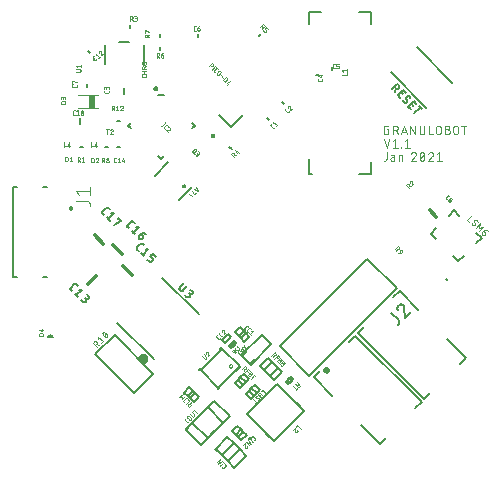
<source format=gbr>
G04 EAGLE Gerber RS-274X export*
G75*
%MOIN*%
%FSLAX34Y34*%
%LPD*%
%INSilkscreen Top*%
%IPPOS*%
%AMOC8*
5,1,8,0,0,1.08239X$1,22.5*%
G01*
%ADD10C,0.003000*%
%ADD11C,0.008000*%
%ADD12C,0.001000*%
%ADD13C,0.005000*%
%ADD14C,0.016000*%
%ADD15C,0.004000*%
%ADD16R,0.023622X0.043307*%
%ADD17R,0.001969X0.019685*%
%ADD18C,0.003937*%
%ADD19C,0.006000*%
%ADD20C,0.007000*%
%ADD21C,0.000000*%
%ADD22C,0.016000*%
%ADD23C,0.012000*%
%ADD24C,0.002000*%
%ADD25C,0.007874*%
%ADD26C,0.011811*%


D10*
X12845Y2669D02*
X12893Y2669D01*
X12893Y2508D01*
X12796Y2508D01*
X12782Y2510D01*
X12768Y2514D01*
X12756Y2522D01*
X12746Y2532D01*
X12738Y2544D01*
X12734Y2558D01*
X12732Y2572D01*
X12732Y2733D01*
X12734Y2747D01*
X12738Y2761D01*
X12746Y2773D01*
X12756Y2783D01*
X12768Y2791D01*
X12782Y2795D01*
X12796Y2797D01*
X12796Y2798D02*
X12893Y2798D01*
X13041Y2798D02*
X13041Y2508D01*
X13041Y2798D02*
X13122Y2798D01*
X13139Y2796D01*
X13155Y2791D01*
X13170Y2783D01*
X13182Y2771D01*
X13192Y2758D01*
X13199Y2742D01*
X13203Y2725D01*
X13203Y2709D01*
X13199Y2692D01*
X13192Y2677D01*
X13182Y2663D01*
X13170Y2651D01*
X13155Y2643D01*
X13139Y2638D01*
X13122Y2636D01*
X13041Y2636D01*
X13138Y2636D02*
X13202Y2508D01*
X13311Y2508D02*
X13408Y2798D01*
X13504Y2508D01*
X13480Y2580D02*
X13335Y2580D01*
X13625Y2508D02*
X13625Y2798D01*
X13786Y2508D01*
X13786Y2798D01*
X13932Y2798D02*
X13932Y2588D01*
X13931Y2588D02*
X13933Y2571D01*
X13938Y2555D01*
X13946Y2540D01*
X13958Y2528D01*
X13972Y2518D01*
X13987Y2511D01*
X14004Y2507D01*
X14020Y2507D01*
X14037Y2511D01*
X14053Y2518D01*
X14066Y2528D01*
X14078Y2540D01*
X14086Y2555D01*
X14091Y2571D01*
X14093Y2588D01*
X14093Y2798D01*
X14240Y2798D02*
X14240Y2508D01*
X14369Y2508D01*
X14479Y2588D02*
X14479Y2717D01*
X14481Y2734D01*
X14486Y2750D01*
X14494Y2765D01*
X14506Y2777D01*
X14520Y2787D01*
X14535Y2794D01*
X14552Y2798D01*
X14568Y2798D01*
X14585Y2794D01*
X14601Y2787D01*
X14614Y2777D01*
X14626Y2765D01*
X14634Y2750D01*
X14639Y2734D01*
X14641Y2717D01*
X14640Y2717D02*
X14640Y2588D01*
X14641Y2588D02*
X14639Y2571D01*
X14634Y2555D01*
X14626Y2540D01*
X14614Y2528D01*
X14601Y2518D01*
X14585Y2511D01*
X14568Y2507D01*
X14552Y2507D01*
X14535Y2511D01*
X14520Y2518D01*
X14506Y2528D01*
X14494Y2540D01*
X14486Y2555D01*
X14481Y2571D01*
X14479Y2588D01*
X14781Y2669D02*
X14862Y2669D01*
X14879Y2667D01*
X14895Y2662D01*
X14910Y2654D01*
X14922Y2642D01*
X14932Y2629D01*
X14939Y2613D01*
X14943Y2596D01*
X14943Y2580D01*
X14939Y2563D01*
X14932Y2548D01*
X14922Y2534D01*
X14910Y2522D01*
X14895Y2514D01*
X14879Y2509D01*
X14862Y2507D01*
X14862Y2508D02*
X14781Y2508D01*
X14781Y2798D01*
X14862Y2798D01*
X14862Y2797D02*
X14876Y2795D01*
X14890Y2791D01*
X14902Y2783D01*
X14912Y2773D01*
X14920Y2761D01*
X14924Y2747D01*
X14926Y2733D01*
X14924Y2719D01*
X14920Y2705D01*
X14912Y2693D01*
X14902Y2683D01*
X14890Y2675D01*
X14876Y2671D01*
X14862Y2669D01*
X15055Y2717D02*
X15055Y2588D01*
X15055Y2717D02*
X15057Y2734D01*
X15062Y2750D01*
X15070Y2765D01*
X15082Y2777D01*
X15096Y2787D01*
X15111Y2794D01*
X15128Y2798D01*
X15144Y2798D01*
X15161Y2794D01*
X15177Y2787D01*
X15190Y2777D01*
X15202Y2765D01*
X15210Y2750D01*
X15215Y2734D01*
X15217Y2717D01*
X15216Y2717D02*
X15216Y2588D01*
X15217Y2588D02*
X15215Y2571D01*
X15210Y2555D01*
X15202Y2540D01*
X15190Y2528D01*
X15177Y2518D01*
X15161Y2511D01*
X15144Y2507D01*
X15128Y2507D01*
X15111Y2511D01*
X15096Y2518D01*
X15082Y2528D01*
X15070Y2540D01*
X15062Y2555D01*
X15057Y2571D01*
X15055Y2588D01*
X15404Y2508D02*
X15404Y2798D01*
X15324Y2798D02*
X15485Y2798D01*
X12829Y2066D02*
X12732Y2356D01*
X12925Y2356D02*
X12829Y2066D01*
X13036Y2291D02*
X13117Y2356D01*
X13117Y2066D01*
X13197Y2066D02*
X13036Y2066D01*
X13310Y2066D02*
X13310Y2082D01*
X13326Y2082D01*
X13326Y2066D01*
X13310Y2066D01*
X13439Y2291D02*
X13520Y2356D01*
X13520Y2066D01*
X13600Y2066D02*
X13439Y2066D01*
X12829Y1914D02*
X12829Y1689D01*
X12828Y1689D02*
X12826Y1675D01*
X12822Y1661D01*
X12814Y1649D01*
X12804Y1639D01*
X12792Y1631D01*
X12778Y1627D01*
X12764Y1625D01*
X12764Y1624D02*
X12732Y1624D01*
X13015Y1737D02*
X13088Y1737D01*
X13015Y1737D02*
X13002Y1735D01*
X12989Y1731D01*
X12978Y1723D01*
X12969Y1713D01*
X12963Y1701D01*
X12959Y1688D01*
X12959Y1674D01*
X12963Y1661D01*
X12969Y1649D01*
X12978Y1639D01*
X12989Y1631D01*
X13002Y1627D01*
X13015Y1625D01*
X13015Y1624D02*
X13088Y1624D01*
X13088Y1769D01*
X13086Y1781D01*
X13082Y1793D01*
X13074Y1803D01*
X13064Y1811D01*
X13052Y1815D01*
X13040Y1817D01*
X13040Y1818D02*
X12975Y1818D01*
X13229Y1818D02*
X13229Y1624D01*
X13229Y1818D02*
X13310Y1818D01*
X13310Y1817D02*
X13322Y1815D01*
X13334Y1811D01*
X13344Y1803D01*
X13352Y1793D01*
X13356Y1781D01*
X13358Y1769D01*
X13358Y1624D01*
X13734Y1915D02*
X13750Y1913D01*
X13766Y1908D01*
X13780Y1899D01*
X13791Y1888D01*
X13800Y1874D01*
X13805Y1858D01*
X13807Y1842D01*
X13734Y1914D02*
X13717Y1913D01*
X13701Y1908D01*
X13686Y1901D01*
X13673Y1891D01*
X13661Y1879D01*
X13652Y1865D01*
X13646Y1850D01*
X13783Y1786D02*
X13793Y1797D01*
X13801Y1811D01*
X13805Y1826D01*
X13807Y1842D01*
X13782Y1785D02*
X13645Y1624D01*
X13806Y1624D01*
X13933Y1769D02*
X13935Y1796D01*
X13939Y1823D01*
X13947Y1849D01*
X13957Y1874D01*
X13964Y1888D01*
X13973Y1899D01*
X13985Y1908D01*
X13999Y1913D01*
X14014Y1915D01*
X14029Y1913D01*
X14043Y1908D01*
X14055Y1899D01*
X14064Y1888D01*
X14071Y1874D01*
X14081Y1849D01*
X14089Y1823D01*
X14093Y1796D01*
X14095Y1769D01*
X13933Y1769D02*
X13935Y1742D01*
X13939Y1715D01*
X13947Y1689D01*
X13957Y1664D01*
X13957Y1665D02*
X13964Y1651D01*
X13973Y1640D01*
X13985Y1631D01*
X13999Y1626D01*
X14014Y1624D01*
X14071Y1664D02*
X14081Y1689D01*
X14089Y1715D01*
X14093Y1742D01*
X14095Y1769D01*
X14071Y1665D02*
X14064Y1651D01*
X14055Y1640D01*
X14043Y1631D01*
X14029Y1626D01*
X14014Y1624D01*
X13949Y1689D02*
X14078Y1850D01*
X14310Y1915D02*
X14326Y1913D01*
X14342Y1908D01*
X14356Y1899D01*
X14367Y1888D01*
X14376Y1874D01*
X14381Y1858D01*
X14383Y1842D01*
X14310Y1914D02*
X14293Y1913D01*
X14277Y1908D01*
X14262Y1901D01*
X14249Y1891D01*
X14237Y1879D01*
X14228Y1865D01*
X14222Y1850D01*
X14359Y1786D02*
X14369Y1797D01*
X14377Y1811D01*
X14381Y1826D01*
X14383Y1842D01*
X14358Y1785D02*
X14221Y1624D01*
X14382Y1624D01*
X14509Y1850D02*
X14590Y1914D01*
X14590Y1624D01*
X14670Y1624D02*
X14509Y1624D01*
D11*
X2612Y2860D02*
X2612Y3060D01*
D12*
X2434Y3153D02*
X2400Y3153D01*
X2390Y3155D01*
X2381Y3159D01*
X2373Y3167D01*
X2369Y3176D01*
X2367Y3186D01*
X2367Y3269D01*
X2369Y3279D01*
X2373Y3288D01*
X2381Y3296D01*
X2390Y3300D01*
X2400Y3302D01*
X2400Y3303D02*
X2434Y3303D01*
X2487Y3269D02*
X2529Y3303D01*
X2529Y3153D01*
X2487Y3153D02*
X2571Y3153D01*
X2631Y3228D02*
X2632Y3247D01*
X2637Y3265D01*
X2644Y3282D01*
X2648Y3291D01*
X2655Y3297D01*
X2664Y3302D01*
X2673Y3303D01*
X2682Y3302D01*
X2691Y3297D01*
X2698Y3291D01*
X2702Y3282D01*
X2709Y3265D01*
X2714Y3247D01*
X2715Y3228D01*
X2631Y3228D02*
X2632Y3209D01*
X2637Y3191D01*
X2644Y3174D01*
X2644Y3173D02*
X2648Y3164D01*
X2655Y3158D01*
X2664Y3153D01*
X2673Y3152D01*
X2702Y3174D02*
X2709Y3191D01*
X2714Y3209D01*
X2715Y3228D01*
X2702Y3173D02*
X2698Y3164D01*
X2691Y3158D01*
X2682Y3153D01*
X2673Y3152D01*
X2640Y3186D02*
X2706Y3269D01*
D11*
X2944Y5211D02*
X2881Y5289D01*
D12*
X3135Y4992D02*
X3161Y5013D01*
X3135Y4992D02*
X3126Y4987D01*
X3116Y4985D01*
X3105Y4986D01*
X3096Y4990D01*
X3088Y4997D01*
X3036Y5062D01*
X3031Y5071D01*
X3029Y5081D01*
X3030Y5092D01*
X3034Y5101D01*
X3041Y5109D01*
X3067Y5130D01*
X3130Y5137D02*
X3142Y5189D01*
X3236Y5072D01*
X3268Y5098D02*
X3203Y5046D01*
X3257Y5283D02*
X3266Y5288D01*
X3275Y5291D01*
X3285Y5291D01*
X3295Y5288D01*
X3303Y5284D01*
X3311Y5277D01*
X3258Y5281D02*
X3250Y5273D01*
X3244Y5262D01*
X3240Y5251D01*
X3240Y5239D01*
X3243Y5227D01*
X3319Y5246D02*
X3319Y5256D01*
X3316Y5267D01*
X3310Y5276D01*
X3319Y5246D02*
X3315Y5136D01*
X3381Y5188D01*
D11*
X7595Y2090D02*
X7665Y2020D01*
D12*
X7649Y1856D02*
X7755Y1750D01*
X7649Y1856D02*
X7678Y1885D01*
X7678Y1886D02*
X7688Y1893D01*
X7699Y1897D01*
X7711Y1898D01*
X7723Y1895D01*
X7733Y1890D01*
X7742Y1881D01*
X7747Y1871D01*
X7750Y1859D01*
X7749Y1847D01*
X7745Y1836D01*
X7738Y1826D01*
X7737Y1826D02*
X7708Y1797D01*
X7743Y1832D02*
X7814Y1808D01*
X7833Y1874D02*
X7774Y1980D01*
X7833Y1874D02*
X7892Y1933D01*
X7897Y1892D02*
X7850Y1939D01*
D11*
X5093Y4037D02*
X5095Y4050D01*
X5100Y4063D01*
X5109Y4074D01*
X5120Y4081D01*
X5133Y4086D01*
X5146Y4087D01*
X5160Y4084D01*
X5172Y4078D01*
X5182Y4069D01*
X5189Y4057D01*
X5193Y4044D01*
X5193Y4030D01*
X5189Y4017D01*
X5182Y4005D01*
X5172Y3996D01*
X5160Y3990D01*
X5146Y3987D01*
X5133Y3988D01*
X5120Y3993D01*
X5109Y4000D01*
X5100Y4011D01*
X5095Y4024D01*
X5093Y4037D01*
X5223Y1784D02*
X5320Y1686D01*
X5417Y1784D01*
X4304Y2703D02*
X4206Y2800D01*
X4304Y2897D01*
X6336Y2703D02*
X6434Y2800D01*
X6336Y2897D01*
X5417Y3816D02*
X5223Y3816D01*
D12*
X5445Y2894D02*
X5339Y2788D01*
X5327Y2800D02*
X5351Y2776D01*
X5457Y2882D02*
X5433Y2906D01*
X5414Y2713D02*
X5438Y2689D01*
X5415Y2713D02*
X5409Y2721D01*
X5405Y2731D01*
X5405Y2741D01*
X5409Y2751D01*
X5415Y2759D01*
X5414Y2760D02*
X5473Y2819D01*
X5474Y2818D02*
X5482Y2824D01*
X5492Y2828D01*
X5502Y2828D01*
X5512Y2824D01*
X5520Y2818D01*
X5520Y2819D02*
X5544Y2795D01*
X5614Y2725D02*
X5620Y2718D01*
X5624Y2709D01*
X5625Y2699D01*
X5624Y2689D01*
X5620Y2681D01*
X5614Y2673D01*
X5614Y2725D02*
X5604Y2732D01*
X5593Y2737D01*
X5581Y2739D01*
X5569Y2738D01*
X5558Y2734D01*
X5585Y2660D02*
X5596Y2661D01*
X5606Y2665D01*
X5614Y2672D01*
X5585Y2660D02*
X5476Y2651D01*
X5535Y2592D01*
D11*
X3950Y2100D02*
X3850Y2100D01*
D12*
X3814Y1570D02*
X3781Y1570D01*
X3771Y1572D01*
X3762Y1576D01*
X3754Y1584D01*
X3750Y1593D01*
X3748Y1603D01*
X3747Y1603D02*
X3747Y1687D01*
X3748Y1687D02*
X3750Y1697D01*
X3754Y1706D01*
X3762Y1714D01*
X3771Y1718D01*
X3781Y1720D01*
X3814Y1720D01*
X3868Y1687D02*
X3909Y1720D01*
X3909Y1570D01*
X3868Y1570D02*
X3951Y1570D01*
X4012Y1603D02*
X4045Y1720D01*
X4012Y1603D02*
X4095Y1603D01*
X4070Y1570D02*
X4070Y1637D01*
D11*
X3550Y2100D02*
X3450Y2100D01*
D12*
X3343Y1718D02*
X3343Y1568D01*
X3343Y1718D02*
X3384Y1718D01*
X3396Y1716D01*
X3407Y1711D01*
X3416Y1704D01*
X3422Y1693D01*
X3426Y1682D01*
X3426Y1670D01*
X3422Y1659D01*
X3416Y1648D01*
X3407Y1641D01*
X3396Y1636D01*
X3384Y1634D01*
X3343Y1634D01*
X3393Y1634D02*
X3426Y1568D01*
X3485Y1609D02*
X3487Y1621D01*
X3492Y1632D01*
X3499Y1641D01*
X3510Y1647D01*
X3521Y1651D01*
X3533Y1651D01*
X3544Y1647D01*
X3555Y1641D01*
X3562Y1632D01*
X3567Y1621D01*
X3569Y1609D01*
X3567Y1597D01*
X3562Y1586D01*
X3555Y1577D01*
X3544Y1571D01*
X3533Y1567D01*
X3521Y1567D01*
X3510Y1571D01*
X3499Y1577D01*
X3492Y1586D01*
X3487Y1597D01*
X3485Y1609D01*
X3494Y1684D02*
X3496Y1694D01*
X3500Y1703D01*
X3508Y1711D01*
X3517Y1715D01*
X3527Y1717D01*
X3537Y1715D01*
X3546Y1711D01*
X3554Y1703D01*
X3558Y1694D01*
X3560Y1684D01*
X3558Y1674D01*
X3554Y1665D01*
X3546Y1657D01*
X3537Y1653D01*
X3527Y1651D01*
X3517Y1653D01*
X3508Y1657D01*
X3500Y1665D01*
X3496Y1674D01*
X3494Y1684D01*
D13*
X7650Y2765D02*
X8039Y3154D01*
X7650Y2765D02*
X7261Y3154D01*
D12*
X6909Y4772D02*
X7015Y4878D01*
X7045Y4848D01*
X7045Y4849D02*
X7052Y4839D01*
X7056Y4828D01*
X7057Y4816D01*
X7054Y4804D01*
X7049Y4794D01*
X7040Y4785D01*
X7030Y4780D01*
X7018Y4777D01*
X7006Y4778D01*
X6995Y4782D01*
X6985Y4789D01*
X6986Y4789D02*
X6956Y4819D01*
X7015Y4666D02*
X7121Y4772D01*
X7027Y4654D02*
X7003Y4677D01*
X7110Y4783D02*
X7133Y4760D01*
X7091Y4590D02*
X7114Y4567D01*
X7091Y4591D02*
X7085Y4599D01*
X7081Y4609D01*
X7081Y4619D01*
X7085Y4629D01*
X7091Y4637D01*
X7149Y4696D01*
X7150Y4696D02*
X7158Y4702D01*
X7168Y4706D01*
X7178Y4706D01*
X7188Y4702D01*
X7196Y4696D01*
X7197Y4696D02*
X7220Y4673D01*
X7229Y4605D02*
X7182Y4558D01*
X7228Y4606D02*
X7238Y4613D01*
X7249Y4617D01*
X7261Y4618D01*
X7273Y4615D01*
X7283Y4610D01*
X7292Y4601D01*
X7297Y4591D01*
X7300Y4579D01*
X7299Y4567D01*
X7295Y4556D01*
X7288Y4546D01*
X7240Y4499D01*
X7241Y4499D02*
X7231Y4492D01*
X7220Y4488D01*
X7208Y4487D01*
X7196Y4490D01*
X7186Y4495D01*
X7177Y4504D01*
X7172Y4514D01*
X7169Y4526D01*
X7170Y4538D01*
X7174Y4549D01*
X7181Y4559D01*
X7296Y4467D02*
X7367Y4397D01*
X7373Y4308D02*
X7479Y4414D01*
X7508Y4385D01*
X7509Y4385D02*
X7515Y4376D01*
X7520Y4366D01*
X7521Y4355D01*
X7520Y4344D01*
X7515Y4334D01*
X7509Y4325D01*
X7508Y4326D02*
X7461Y4279D01*
X7462Y4278D02*
X7453Y4272D01*
X7443Y4267D01*
X7432Y4266D01*
X7421Y4267D01*
X7411Y4272D01*
X7402Y4278D01*
X7402Y4279D02*
X7373Y4308D01*
X7501Y4226D02*
X7608Y4285D01*
X7501Y4226D02*
X7560Y4167D01*
X7519Y4162D02*
X7566Y4209D01*
D11*
X8830Y3045D02*
X8900Y2975D01*
D12*
X9100Y2752D02*
X9076Y2728D01*
X9075Y2729D02*
X9067Y2723D01*
X9057Y2719D01*
X9047Y2719D01*
X9037Y2723D01*
X9029Y2729D01*
X9029Y2728D02*
X8970Y2787D01*
X8971Y2788D02*
X8965Y2796D01*
X8961Y2806D01*
X8961Y2816D01*
X8965Y2826D01*
X8971Y2834D01*
X8970Y2834D02*
X8994Y2858D01*
X9055Y2872D02*
X9061Y2925D01*
X9167Y2819D01*
X9138Y2790D02*
X9197Y2849D01*
D14*
X7032Y2460D03*
D12*
X6416Y2012D02*
X6369Y1964D01*
X6416Y2012D02*
X6426Y2019D01*
X6437Y2023D01*
X6449Y2024D01*
X6461Y2021D01*
X6471Y2016D01*
X6480Y2007D01*
X6485Y1997D01*
X6488Y1985D01*
X6487Y1973D01*
X6483Y1962D01*
X6476Y1952D01*
X6475Y1953D02*
X6428Y1906D01*
X6428Y1905D02*
X6418Y1898D01*
X6407Y1894D01*
X6395Y1893D01*
X6383Y1896D01*
X6373Y1901D01*
X6364Y1910D01*
X6359Y1920D01*
X6356Y1932D01*
X6357Y1944D01*
X6361Y1955D01*
X6368Y1965D01*
X6410Y1911D02*
X6410Y1864D01*
X6439Y1835D02*
X6469Y1806D01*
X6468Y1805D02*
X6478Y1798D01*
X6489Y1794D01*
X6501Y1793D01*
X6513Y1796D01*
X6523Y1801D01*
X6532Y1810D01*
X6537Y1820D01*
X6540Y1832D01*
X6539Y1844D01*
X6535Y1855D01*
X6528Y1865D01*
X6581Y1906D02*
X6546Y1941D01*
X6580Y1905D02*
X6586Y1897D01*
X6590Y1887D01*
X6590Y1877D01*
X6586Y1867D01*
X6580Y1859D01*
X6572Y1853D01*
X6562Y1849D01*
X6552Y1849D01*
X6542Y1853D01*
X6534Y1859D01*
X6510Y1882D01*
D11*
X9355Y3575D02*
X9425Y3505D01*
D12*
X9587Y3267D02*
X9563Y3244D01*
X9555Y3238D01*
X9545Y3234D01*
X9535Y3234D01*
X9525Y3238D01*
X9517Y3244D01*
X9516Y3244D02*
X9457Y3303D01*
X9458Y3303D02*
X9452Y3311D01*
X9448Y3321D01*
X9448Y3331D01*
X9452Y3341D01*
X9458Y3349D01*
X9457Y3350D02*
X9481Y3374D01*
X9550Y3444D02*
X9560Y3451D01*
X9571Y3455D01*
X9583Y3455D01*
X9594Y3451D01*
X9604Y3444D01*
X9551Y3444D02*
X9544Y3434D01*
X9539Y3423D01*
X9537Y3411D01*
X9538Y3399D01*
X9542Y3388D01*
X9616Y3414D02*
X9615Y3425D01*
X9611Y3435D01*
X9604Y3443D01*
X9616Y3414D02*
X9625Y3305D01*
X9684Y3364D01*
D15*
X3220Y3373D02*
X2550Y3373D01*
X2550Y3807D02*
X3220Y3807D01*
D16*
X3023Y3590D03*
D12*
X2128Y3523D02*
X1978Y3523D01*
X1978Y3565D01*
X1977Y3565D02*
X1978Y3576D01*
X1983Y3586D01*
X1989Y3595D01*
X1998Y3601D01*
X2008Y3606D01*
X2019Y3607D01*
X2019Y3606D02*
X2086Y3606D01*
X2086Y3607D02*
X2097Y3606D01*
X2107Y3601D01*
X2116Y3595D01*
X2122Y3586D01*
X2127Y3576D01*
X2128Y3565D01*
X2128Y3523D01*
X2128Y3672D02*
X2128Y3713D01*
X2126Y3725D01*
X2121Y3736D01*
X2114Y3745D01*
X2103Y3751D01*
X2092Y3755D01*
X2080Y3755D01*
X2069Y3751D01*
X2058Y3745D01*
X2051Y3736D01*
X2046Y3725D01*
X2044Y3713D01*
X1978Y3722D02*
X1978Y3672D01*
X1978Y3722D02*
X1980Y3732D01*
X1984Y3741D01*
X1992Y3749D01*
X2001Y3753D01*
X2011Y3755D01*
X2021Y3753D01*
X2030Y3749D01*
X2038Y3741D01*
X2042Y3732D01*
X2044Y3722D01*
X2044Y3688D01*
D11*
X3430Y4850D02*
X3430Y5480D01*
X4730Y5480D02*
X4730Y4850D01*
X4237Y5578D02*
X3923Y5578D01*
D12*
X4820Y4471D02*
X4820Y4437D01*
X4818Y4427D01*
X4814Y4418D01*
X4806Y4410D01*
X4797Y4406D01*
X4787Y4404D01*
X4703Y4404D01*
X4693Y4406D01*
X4684Y4410D01*
X4676Y4418D01*
X4672Y4427D01*
X4670Y4437D01*
X4670Y4471D01*
X4670Y4529D02*
X4820Y4529D01*
X4737Y4529D02*
X4737Y4613D01*
X4670Y4613D02*
X4820Y4613D01*
X4820Y4684D02*
X4670Y4684D01*
X4670Y4725D01*
X4672Y4737D01*
X4677Y4748D01*
X4684Y4757D01*
X4695Y4763D01*
X4706Y4767D01*
X4718Y4767D01*
X4729Y4763D01*
X4740Y4757D01*
X4747Y4748D01*
X4752Y4737D01*
X4754Y4725D01*
X4753Y4725D02*
X4753Y4684D01*
X4753Y4734D02*
X4820Y4767D01*
X4737Y4890D02*
X4737Y4915D01*
X4820Y4915D01*
X4820Y4865D01*
X4818Y4855D01*
X4814Y4846D01*
X4806Y4838D01*
X4797Y4834D01*
X4787Y4832D01*
X4703Y4832D01*
X4693Y4834D01*
X4684Y4838D01*
X4676Y4846D01*
X4672Y4855D01*
X4670Y4865D01*
X4670Y4915D01*
D11*
X2700Y2100D02*
X2600Y2100D01*
D12*
X2530Y1743D02*
X2530Y1593D01*
X2530Y1743D02*
X2572Y1743D01*
X2584Y1741D01*
X2595Y1736D01*
X2604Y1729D01*
X2610Y1718D01*
X2614Y1707D01*
X2614Y1695D01*
X2610Y1684D01*
X2604Y1673D01*
X2595Y1666D01*
X2584Y1661D01*
X2572Y1659D01*
X2530Y1659D01*
X2580Y1659D02*
X2613Y1593D01*
X2673Y1709D02*
X2715Y1743D01*
X2715Y1593D01*
X2673Y1593D02*
X2757Y1593D01*
D11*
X4095Y3860D02*
X4095Y4060D01*
D12*
X3570Y3953D02*
X3570Y3920D01*
X3568Y3910D01*
X3564Y3901D01*
X3556Y3893D01*
X3547Y3889D01*
X3537Y3887D01*
X3537Y3886D02*
X3453Y3886D01*
X3453Y3887D02*
X3443Y3889D01*
X3434Y3893D01*
X3426Y3901D01*
X3422Y3910D01*
X3420Y3920D01*
X3420Y3953D01*
X3570Y4007D02*
X3570Y4048D01*
X3568Y4060D01*
X3563Y4071D01*
X3556Y4080D01*
X3545Y4086D01*
X3534Y4090D01*
X3522Y4090D01*
X3511Y4086D01*
X3500Y4080D01*
X3493Y4071D01*
X3488Y4060D01*
X3486Y4048D01*
X3420Y4057D02*
X3420Y4007D01*
X3420Y4057D02*
X3422Y4067D01*
X3426Y4076D01*
X3434Y4084D01*
X3443Y4088D01*
X3453Y4090D01*
X3463Y4088D01*
X3472Y4084D01*
X3480Y4076D01*
X3484Y4067D01*
X3486Y4057D01*
X3487Y4057D02*
X3487Y4023D01*
D11*
X4275Y6050D02*
X4275Y6150D01*
D12*
X4280Y6293D02*
X4280Y6443D01*
X4322Y6443D01*
X4334Y6441D01*
X4345Y6436D01*
X4354Y6429D01*
X4360Y6418D01*
X4364Y6407D01*
X4364Y6395D01*
X4360Y6384D01*
X4354Y6373D01*
X4345Y6366D01*
X4334Y6361D01*
X4322Y6359D01*
X4280Y6359D01*
X4330Y6359D02*
X4363Y6293D01*
X4423Y6293D02*
X4465Y6293D01*
X4465Y6292D02*
X4477Y6294D01*
X4488Y6299D01*
X4497Y6306D01*
X4503Y6317D01*
X4507Y6328D01*
X4507Y6340D01*
X4503Y6351D01*
X4497Y6362D01*
X4488Y6369D01*
X4477Y6374D01*
X4465Y6376D01*
X4473Y6443D02*
X4423Y6443D01*
X4473Y6442D02*
X4483Y6440D01*
X4492Y6436D01*
X4500Y6428D01*
X4504Y6419D01*
X4506Y6409D01*
X4504Y6399D01*
X4500Y6390D01*
X4492Y6382D01*
X4483Y6378D01*
X4473Y6376D01*
X4440Y6376D01*
D11*
X11025Y4755D02*
X11025Y4655D01*
D12*
X11063Y4710D02*
X11097Y4710D01*
X11063Y4710D02*
X11053Y4712D01*
X11044Y4716D01*
X11036Y4724D01*
X11032Y4733D01*
X11030Y4743D01*
X11030Y4827D01*
X11032Y4837D01*
X11036Y4846D01*
X11044Y4854D01*
X11053Y4858D01*
X11063Y4860D01*
X11097Y4860D01*
X11150Y4710D02*
X11200Y4710D01*
X11210Y4712D01*
X11219Y4716D01*
X11227Y4724D01*
X11231Y4733D01*
X11233Y4743D01*
X11234Y4743D02*
X11234Y4760D01*
X11233Y4760D02*
X11231Y4770D01*
X11227Y4779D01*
X11219Y4787D01*
X11210Y4791D01*
X11200Y4793D01*
X11150Y4793D01*
X11150Y4860D01*
X11234Y4860D01*
D17*
X2111Y2150D03*
X2289Y2150D03*
D18*
X2200Y2111D02*
X2121Y2111D01*
X2200Y2111D02*
X2279Y2111D01*
X2200Y2111D02*
X2200Y2189D01*
D12*
X2113Y1758D02*
X2113Y1608D01*
X2113Y1758D02*
X2155Y1758D01*
X2166Y1757D01*
X2176Y1752D01*
X2185Y1746D01*
X2191Y1737D01*
X2196Y1727D01*
X2197Y1716D01*
X2196Y1716D02*
X2196Y1649D01*
X2197Y1649D02*
X2196Y1638D01*
X2191Y1628D01*
X2185Y1619D01*
X2176Y1613D01*
X2166Y1608D01*
X2155Y1607D01*
X2155Y1608D02*
X2113Y1608D01*
X2262Y1724D02*
X2303Y1758D01*
X2303Y1608D01*
X2262Y1608D02*
X2345Y1608D01*
D17*
X3011Y2150D03*
X3189Y2150D03*
D18*
X3100Y2111D02*
X3021Y2111D01*
X3100Y2111D02*
X3179Y2111D01*
X3100Y2111D02*
X3100Y2189D01*
D12*
X2988Y1720D02*
X2988Y1570D01*
X2988Y1720D02*
X3030Y1720D01*
X3041Y1719D01*
X3051Y1714D01*
X3060Y1708D01*
X3066Y1699D01*
X3071Y1689D01*
X3072Y1678D01*
X3071Y1678D02*
X3071Y1612D01*
X3072Y1612D02*
X3071Y1601D01*
X3066Y1591D01*
X3060Y1582D01*
X3051Y1576D01*
X3041Y1571D01*
X3030Y1570D01*
X2988Y1570D01*
X3183Y1721D02*
X3193Y1720D01*
X3202Y1716D01*
X3210Y1710D01*
X3216Y1702D01*
X3220Y1693D01*
X3221Y1683D01*
X3183Y1720D02*
X3171Y1718D01*
X3160Y1714D01*
X3150Y1707D01*
X3142Y1698D01*
X3137Y1687D01*
X3208Y1654D02*
X3214Y1662D01*
X3219Y1672D01*
X3220Y1683D01*
X3208Y1653D02*
X3137Y1570D01*
X3220Y1570D01*
D11*
X5285Y5320D02*
X5285Y5420D01*
D12*
X5165Y5213D02*
X5165Y5063D01*
X5165Y5213D02*
X5207Y5213D01*
X5219Y5211D01*
X5230Y5206D01*
X5239Y5199D01*
X5245Y5188D01*
X5249Y5177D01*
X5249Y5165D01*
X5245Y5154D01*
X5239Y5143D01*
X5230Y5136D01*
X5219Y5131D01*
X5207Y5129D01*
X5165Y5129D01*
X5215Y5129D02*
X5248Y5063D01*
X5308Y5146D02*
X5358Y5146D01*
X5368Y5144D01*
X5377Y5140D01*
X5385Y5132D01*
X5389Y5123D01*
X5391Y5113D01*
X5392Y5113D02*
X5392Y5104D01*
X5390Y5092D01*
X5385Y5081D01*
X5378Y5072D01*
X5367Y5066D01*
X5356Y5062D01*
X5344Y5062D01*
X5333Y5066D01*
X5322Y5072D01*
X5315Y5081D01*
X5310Y5092D01*
X5308Y5104D01*
X5308Y5146D01*
X5310Y5161D01*
X5315Y5175D01*
X5323Y5188D01*
X5333Y5198D01*
X5346Y5206D01*
X5360Y5211D01*
X5375Y5213D01*
D11*
X5285Y5750D02*
X5285Y5850D01*
D12*
X4918Y5741D02*
X4768Y5741D01*
X4768Y5783D01*
X4767Y5783D02*
X4769Y5795D01*
X4774Y5806D01*
X4781Y5815D01*
X4792Y5821D01*
X4803Y5825D01*
X4815Y5825D01*
X4826Y5821D01*
X4837Y5815D01*
X4844Y5806D01*
X4849Y5795D01*
X4851Y5783D01*
X4851Y5741D01*
X4851Y5791D02*
X4918Y5824D01*
X4784Y5884D02*
X4768Y5884D01*
X4768Y5968D01*
X4918Y5926D01*
X3524Y2678D02*
X3524Y2528D01*
X3483Y2678D02*
X3566Y2678D01*
X3663Y2678D02*
X3673Y2677D01*
X3682Y2673D01*
X3690Y2667D01*
X3696Y2659D01*
X3700Y2650D01*
X3701Y2640D01*
X3663Y2677D02*
X3651Y2675D01*
X3640Y2671D01*
X3630Y2664D01*
X3622Y2655D01*
X3617Y2644D01*
X3688Y2611D02*
X3694Y2619D01*
X3699Y2629D01*
X3700Y2640D01*
X3688Y2611D02*
X3617Y2528D01*
X3700Y2528D01*
D11*
X3850Y2960D02*
X3950Y2960D01*
D12*
X3664Y3308D02*
X3664Y3458D01*
X3706Y3458D01*
X3718Y3456D01*
X3729Y3451D01*
X3738Y3444D01*
X3744Y3433D01*
X3748Y3422D01*
X3748Y3410D01*
X3744Y3399D01*
X3738Y3388D01*
X3729Y3381D01*
X3718Y3376D01*
X3706Y3374D01*
X3664Y3374D01*
X3714Y3374D02*
X3748Y3308D01*
X3808Y3424D02*
X3849Y3458D01*
X3849Y3308D01*
X3808Y3308D02*
X3891Y3308D01*
X4036Y3420D02*
X4035Y3430D01*
X4031Y3439D01*
X4025Y3447D01*
X4017Y3453D01*
X4008Y3457D01*
X3998Y3458D01*
X3998Y3457D02*
X3986Y3455D01*
X3975Y3451D01*
X3965Y3444D01*
X3957Y3435D01*
X3952Y3424D01*
X4023Y3391D02*
X4029Y3399D01*
X4034Y3409D01*
X4035Y3420D01*
X4023Y3391D02*
X3952Y3308D01*
X4035Y3308D01*
D11*
X2850Y4100D02*
X2850Y4200D01*
D12*
X2505Y4145D02*
X2505Y4112D01*
X2503Y4102D01*
X2499Y4093D01*
X2491Y4085D01*
X2482Y4081D01*
X2472Y4079D01*
X2388Y4079D01*
X2378Y4081D01*
X2369Y4085D01*
X2361Y4093D01*
X2357Y4102D01*
X2355Y4112D01*
X2355Y4145D01*
X2355Y4199D02*
X2372Y4199D01*
X2355Y4199D02*
X2355Y4283D01*
X2505Y4241D01*
D13*
X1704Y-4251D02*
X1586Y-4251D01*
X1626Y-4172D02*
X1704Y-4251D01*
X1626Y-4172D02*
X1547Y-4251D01*
X1586Y-4251D01*
X1626Y-4211D01*
D12*
X1388Y-4215D02*
X1238Y-4215D01*
X1238Y-4173D01*
X1237Y-4173D02*
X1238Y-4162D01*
X1243Y-4152D01*
X1249Y-4143D01*
X1258Y-4137D01*
X1268Y-4132D01*
X1279Y-4131D01*
X1346Y-4131D01*
X1357Y-4132D01*
X1367Y-4137D01*
X1376Y-4143D01*
X1382Y-4152D01*
X1387Y-4162D01*
X1388Y-4173D01*
X1388Y-4215D01*
X1354Y-4066D02*
X1238Y-4033D01*
X1354Y-4066D02*
X1354Y-3983D01*
X1321Y-4008D02*
X1388Y-4008D01*
D13*
X10250Y1180D02*
X10350Y1180D01*
X10250Y1180D02*
X10250Y1680D01*
X10250Y6200D02*
X10250Y6593D01*
X10644Y6593D01*
X11915Y6593D02*
X12309Y6593D01*
X12309Y6200D01*
X12310Y1574D02*
X12310Y1180D01*
X12309Y1180D02*
X11915Y1180D01*
D18*
X3031Y5024D02*
X3033Y5034D01*
X3038Y5042D01*
X3046Y5048D01*
X3056Y5051D01*
X3065Y5050D01*
X3074Y5046D01*
X3081Y5038D01*
X3085Y5029D01*
X3085Y5019D01*
X3081Y5010D01*
X3074Y5002D01*
X3065Y4998D01*
X3056Y4997D01*
X3046Y5000D01*
X3038Y5006D01*
X3033Y5014D01*
X3031Y5024D01*
D12*
X2588Y4588D02*
X2480Y4588D01*
X2588Y4588D02*
X2600Y4590D01*
X2611Y4595D01*
X2620Y4602D01*
X2626Y4613D01*
X2630Y4624D01*
X2630Y4636D01*
X2626Y4647D01*
X2620Y4658D01*
X2611Y4665D01*
X2600Y4670D01*
X2588Y4672D01*
X2588Y4671D02*
X2480Y4671D01*
X2513Y4737D02*
X2480Y4778D01*
X2630Y4778D01*
X2630Y4737D02*
X2630Y4820D01*
D11*
X8575Y5785D02*
X8645Y5855D01*
D12*
X8617Y6070D02*
X8723Y6176D01*
X8753Y6147D01*
X8760Y6137D01*
X8764Y6126D01*
X8765Y6114D01*
X8762Y6102D01*
X8757Y6092D01*
X8748Y6083D01*
X8738Y6078D01*
X8726Y6075D01*
X8714Y6076D01*
X8703Y6080D01*
X8693Y6087D01*
X8694Y6088D02*
X8664Y6117D01*
X8700Y6082D02*
X8676Y6011D01*
X8718Y5969D02*
X8754Y5933D01*
X8754Y5934D02*
X8762Y5928D01*
X8772Y5924D01*
X8782Y5924D01*
X8792Y5928D01*
X8800Y5934D01*
X8801Y5933D02*
X8813Y5945D01*
X8812Y5946D02*
X8818Y5954D01*
X8822Y5964D01*
X8822Y5974D01*
X8818Y5984D01*
X8812Y5992D01*
X8813Y5992D02*
X8777Y6028D01*
X8824Y6075D01*
X8883Y6016D01*
D11*
X6550Y5850D02*
X6550Y5750D01*
D12*
X6470Y5958D02*
X6437Y5958D01*
X6427Y5960D01*
X6418Y5964D01*
X6410Y5972D01*
X6406Y5981D01*
X6404Y5991D01*
X6404Y6074D01*
X6406Y6084D01*
X6410Y6093D01*
X6418Y6101D01*
X6427Y6105D01*
X6437Y6107D01*
X6437Y6108D02*
X6470Y6108D01*
X6524Y6041D02*
X6574Y6041D01*
X6584Y6039D01*
X6593Y6035D01*
X6601Y6027D01*
X6605Y6018D01*
X6607Y6008D01*
X6608Y6008D02*
X6608Y5999D01*
X6606Y5987D01*
X6601Y5976D01*
X6594Y5967D01*
X6583Y5961D01*
X6572Y5957D01*
X6560Y5957D01*
X6549Y5961D01*
X6538Y5967D01*
X6531Y5976D01*
X6526Y5987D01*
X6524Y5999D01*
X6524Y6041D01*
X6526Y6056D01*
X6531Y6070D01*
X6539Y6083D01*
X6549Y6093D01*
X6562Y6101D01*
X6576Y6106D01*
X6591Y6108D01*
X11355Y4480D02*
X11505Y4480D01*
X11505Y4547D01*
X11388Y4600D02*
X11355Y4641D01*
X11505Y4641D01*
X11505Y4600D02*
X11505Y4683D01*
D11*
X10575Y4500D02*
X10475Y4500D01*
D12*
X10680Y4358D02*
X10680Y4325D01*
X10678Y4315D01*
X10674Y4306D01*
X10666Y4298D01*
X10657Y4294D01*
X10647Y4292D01*
X10647Y4291D02*
X10563Y4291D01*
X10563Y4292D02*
X10553Y4294D01*
X10544Y4298D01*
X10536Y4306D01*
X10532Y4315D01*
X10530Y4325D01*
X10530Y4358D01*
X10530Y4445D02*
X10647Y4412D01*
X10647Y4495D01*
X10680Y4470D02*
X10613Y4470D01*
D19*
X9212Y-5288D02*
X8943Y-5557D01*
X9084Y-5698D01*
X9353Y-5430D02*
X9212Y-5288D01*
X9014Y-5090D02*
X8745Y-5359D01*
X9014Y-5090D02*
X8872Y-4949D01*
X8603Y-5217D02*
X8745Y-5359D01*
X9014Y-5090D02*
X9212Y-5288D01*
X8872Y-4949D02*
X8603Y-5217D01*
X8745Y-5359D02*
X8943Y-5557D01*
X9084Y-5698D02*
X9353Y-5430D01*
D12*
X8991Y-4867D02*
X9097Y-4761D01*
X9126Y-4790D01*
X9127Y-4790D02*
X9134Y-4800D01*
X9138Y-4811D01*
X9139Y-4823D01*
X9136Y-4835D01*
X9131Y-4845D01*
X9122Y-4854D01*
X9112Y-4859D01*
X9100Y-4862D01*
X9088Y-4861D01*
X9077Y-4857D01*
X9067Y-4850D01*
X9067Y-4849D02*
X9038Y-4820D01*
X9073Y-4855D02*
X9049Y-4926D01*
X9095Y-4972D02*
X9201Y-4865D01*
X9249Y-4913D01*
X9201Y-4960D02*
X9154Y-4913D01*
X9244Y-5002D02*
X9273Y-5031D01*
X9274Y-5031D02*
X9281Y-5041D01*
X9285Y-5052D01*
X9286Y-5064D01*
X9283Y-5076D01*
X9278Y-5086D01*
X9269Y-5095D01*
X9259Y-5100D01*
X9247Y-5103D01*
X9235Y-5102D01*
X9224Y-5098D01*
X9214Y-5091D01*
X9214Y-5090D02*
X9185Y-5061D01*
X9291Y-4955D01*
X9320Y-4984D01*
X9320Y-4985D02*
X9326Y-4993D01*
X9330Y-5003D01*
X9330Y-5013D01*
X9326Y-5023D01*
X9320Y-5031D01*
X9312Y-5037D01*
X9302Y-5041D01*
X9292Y-5041D01*
X9282Y-5037D01*
X9274Y-5031D01*
X9345Y-5104D02*
X9375Y-5133D01*
X9382Y-5143D01*
X9386Y-5154D01*
X9387Y-5166D01*
X9384Y-5178D01*
X9379Y-5188D01*
X9370Y-5197D01*
X9360Y-5202D01*
X9348Y-5205D01*
X9336Y-5204D01*
X9325Y-5200D01*
X9315Y-5193D01*
X9316Y-5192D02*
X9287Y-5163D01*
X9393Y-5057D01*
X9422Y-5086D01*
X9422Y-5087D02*
X9428Y-5095D01*
X9432Y-5105D01*
X9432Y-5115D01*
X9428Y-5125D01*
X9422Y-5133D01*
X9414Y-5139D01*
X9404Y-5143D01*
X9394Y-5143D01*
X9384Y-5139D01*
X9376Y-5133D01*
D19*
X7543Y-4147D02*
X7345Y-4345D01*
X7444Y-4444D01*
X7642Y-4246D02*
X7543Y-4147D01*
X7642Y-4246D02*
X7444Y-4444D01*
D12*
X7294Y-4280D02*
X7270Y-4303D01*
X7262Y-4309D01*
X7252Y-4313D01*
X7242Y-4313D01*
X7232Y-4309D01*
X7224Y-4303D01*
X7223Y-4303D02*
X7164Y-4244D01*
X7165Y-4244D02*
X7159Y-4236D01*
X7155Y-4226D01*
X7155Y-4216D01*
X7159Y-4206D01*
X7165Y-4198D01*
X7164Y-4197D02*
X7188Y-4174D01*
X7355Y-4219D02*
X7379Y-4195D01*
X7355Y-4218D02*
X7347Y-4224D01*
X7337Y-4228D01*
X7327Y-4228D01*
X7317Y-4224D01*
X7309Y-4218D01*
X7308Y-4219D02*
X7249Y-4160D01*
X7250Y-4159D02*
X7244Y-4151D01*
X7240Y-4141D01*
X7240Y-4131D01*
X7244Y-4121D01*
X7250Y-4113D01*
X7249Y-4112D02*
X7273Y-4089D01*
X7343Y-4018D02*
X7353Y-4011D01*
X7364Y-4007D01*
X7376Y-4007D01*
X7387Y-4011D01*
X7397Y-4018D01*
X7343Y-4019D02*
X7336Y-4029D01*
X7331Y-4040D01*
X7329Y-4052D01*
X7330Y-4064D01*
X7334Y-4075D01*
X7408Y-4048D02*
X7407Y-4037D01*
X7403Y-4027D01*
X7396Y-4019D01*
X7408Y-4048D02*
X7417Y-4157D01*
X7476Y-4098D01*
D19*
X8052Y-7415D02*
X7882Y-7584D01*
X7995Y-7698D01*
X8165Y-7528D02*
X8052Y-7415D01*
X7967Y-7330D02*
X7804Y-7507D01*
X7967Y-7330D02*
X7854Y-7217D01*
X7684Y-7386D02*
X7804Y-7507D01*
X7967Y-7330D02*
X8052Y-7415D01*
X7854Y-7217D02*
X7684Y-7386D01*
X7804Y-7507D02*
X7882Y-7584D01*
X7995Y-7698D02*
X8165Y-7528D01*
D12*
X8311Y-7592D02*
X8334Y-7568D01*
X8335Y-7569D02*
X8343Y-7563D01*
X8353Y-7559D01*
X8363Y-7559D01*
X8373Y-7563D01*
X8381Y-7569D01*
X8382Y-7568D02*
X8441Y-7627D01*
X8440Y-7627D02*
X8446Y-7635D01*
X8450Y-7645D01*
X8450Y-7655D01*
X8446Y-7665D01*
X8440Y-7673D01*
X8441Y-7674D02*
X8417Y-7698D01*
X8370Y-7745D02*
X8264Y-7639D01*
X8276Y-7627D02*
X8252Y-7650D01*
X8358Y-7756D02*
X8382Y-7733D01*
X8315Y-7800D02*
X8208Y-7694D01*
X8150Y-7753D02*
X8315Y-7800D01*
X8256Y-7859D02*
X8150Y-7753D01*
X8124Y-7937D02*
X8132Y-7943D01*
X8140Y-7947D01*
X8150Y-7948D01*
X8160Y-7947D01*
X8169Y-7943D01*
X8176Y-7937D01*
X8177Y-7938D02*
X8184Y-7928D01*
X8189Y-7917D01*
X8191Y-7905D01*
X8190Y-7893D01*
X8186Y-7882D01*
X8112Y-7908D02*
X8113Y-7919D01*
X8117Y-7929D01*
X8124Y-7937D01*
X8112Y-7908D02*
X8103Y-7799D01*
X8044Y-7858D01*
D20*
X8295Y-5150D02*
X8457Y-4988D01*
X8295Y-5150D02*
X8012Y-4867D01*
X8174Y-4705D01*
X8811Y-4634D02*
X8973Y-4471D01*
X8691Y-4189D01*
X8528Y-4351D01*
D19*
X8995Y-4478D02*
X8302Y-5171D01*
X7991Y-4860D02*
X8684Y-4167D01*
X8995Y-4478D01*
X8302Y-5171D02*
X7991Y-4860D01*
D12*
X7950Y-4808D02*
X7967Y-4791D01*
X7950Y-4808D02*
X7942Y-4813D01*
X7933Y-4815D01*
X7924Y-4813D01*
X7916Y-4808D01*
X7872Y-4765D01*
X7873Y-4765D02*
X7868Y-4757D01*
X7866Y-4748D01*
X7868Y-4739D01*
X7873Y-4731D01*
X7872Y-4731D02*
X7890Y-4713D01*
X7915Y-4688D02*
X8018Y-4740D01*
X7966Y-4636D01*
X8090Y-4668D02*
X8107Y-4651D01*
X8090Y-4668D02*
X8082Y-4673D01*
X8073Y-4675D01*
X8064Y-4673D01*
X8056Y-4668D01*
X8012Y-4625D01*
X8013Y-4625D02*
X8008Y-4617D01*
X8006Y-4608D01*
X8008Y-4599D01*
X8013Y-4591D01*
X8012Y-4591D02*
X8030Y-4573D01*
X8154Y-4605D02*
X8171Y-4587D01*
X8154Y-4604D02*
X8146Y-4609D01*
X8137Y-4611D01*
X8128Y-4609D01*
X8120Y-4604D01*
X8119Y-4605D02*
X8076Y-4562D01*
X8076Y-4561D02*
X8071Y-4553D01*
X8069Y-4544D01*
X8071Y-4535D01*
X8076Y-4527D01*
X8093Y-4510D01*
D19*
X9519Y-5690D02*
X9604Y-5774D01*
X9519Y-5690D02*
X9462Y-5746D01*
X9547Y-5831D02*
X9604Y-5774D01*
X9667Y-5711D02*
X9568Y-5626D01*
X9667Y-5711D02*
X9717Y-5661D01*
X9632Y-5576D02*
X9625Y-5569D01*
X9568Y-5626D01*
X9667Y-5711D02*
X9604Y-5774D01*
X9717Y-5661D02*
X9632Y-5576D01*
X9519Y-5690D01*
X9462Y-5746D02*
X9547Y-5831D01*
D12*
X9845Y-5765D02*
X9951Y-5871D01*
X9922Y-5901D01*
X9923Y-5901D02*
X9913Y-5908D01*
X9902Y-5912D01*
X9890Y-5913D01*
X9878Y-5910D01*
X9868Y-5905D01*
X9859Y-5896D01*
X9854Y-5886D01*
X9851Y-5874D01*
X9852Y-5862D01*
X9856Y-5851D01*
X9863Y-5841D01*
X9863Y-5842D02*
X9893Y-5812D01*
X9857Y-5848D02*
X9786Y-5824D01*
X9721Y-5889D02*
X9828Y-5995D01*
X9857Y-5966D02*
X9798Y-6025D01*
D19*
X6791Y-6684D02*
X6452Y-7023D01*
X6961Y-7532D02*
X7300Y-7193D01*
X7392Y-7101D02*
X6883Y-6592D01*
X7392Y-7101D02*
X7604Y-6889D01*
X7095Y-6379D02*
X6883Y-6592D01*
X6360Y-7115D02*
X6869Y-7624D01*
X6360Y-7115D02*
X6155Y-7334D01*
X6657Y-7836D01*
X6869Y-7624D01*
X6148Y-7327D02*
X6883Y-6592D01*
X6148Y-7327D02*
X6155Y-7334D01*
X6869Y-7624D02*
X7392Y-7101D01*
X7604Y-6889D02*
X7095Y-6379D01*
D12*
X6237Y-7064D02*
X6213Y-7087D01*
X6212Y-7087D02*
X6204Y-7093D01*
X6194Y-7097D01*
X6184Y-7097D01*
X6174Y-7093D01*
X6166Y-7087D01*
X6107Y-7028D01*
X6101Y-7020D01*
X6097Y-7010D01*
X6097Y-7000D01*
X6101Y-6990D01*
X6107Y-6982D01*
X6107Y-6981D02*
X6130Y-6958D01*
X6198Y-6949D02*
X6245Y-6996D01*
X6197Y-6950D02*
X6190Y-6940D01*
X6186Y-6929D01*
X6185Y-6917D01*
X6188Y-6905D01*
X6193Y-6895D01*
X6202Y-6886D01*
X6212Y-6881D01*
X6224Y-6878D01*
X6236Y-6879D01*
X6247Y-6883D01*
X6257Y-6890D01*
X6304Y-6937D01*
X6305Y-6937D02*
X6312Y-6947D01*
X6316Y-6958D01*
X6317Y-6970D01*
X6314Y-6982D01*
X6309Y-6992D01*
X6300Y-7001D01*
X6290Y-7006D01*
X6278Y-7009D01*
X6266Y-7008D01*
X6255Y-7004D01*
X6245Y-6997D01*
X6350Y-6891D02*
X6274Y-6815D01*
X6350Y-6892D02*
X6360Y-6899D01*
X6371Y-6903D01*
X6383Y-6904D01*
X6395Y-6901D01*
X6405Y-6896D01*
X6414Y-6887D01*
X6419Y-6877D01*
X6422Y-6865D01*
X6421Y-6853D01*
X6417Y-6842D01*
X6410Y-6832D01*
X6409Y-6832D02*
X6333Y-6756D01*
X6402Y-6687D02*
X6508Y-6793D01*
X6372Y-6716D02*
X6431Y-6657D01*
D19*
X9193Y-5827D02*
X9448Y-6082D01*
X8826Y-7468D02*
X9080Y-7722D01*
X10084Y-6718D01*
X9830Y-6463D01*
X9193Y-5827D02*
X8189Y-6831D01*
X8444Y-7086D01*
X8302Y-7609D02*
X8308Y-7616D01*
X8311Y-7625D01*
X8311Y-7635D01*
X8308Y-7644D01*
X8302Y-7651D01*
X8295Y-7657D01*
X8286Y-7660D01*
X8276Y-7660D01*
X8267Y-7657D01*
X8260Y-7651D01*
X8254Y-7644D01*
X8251Y-7635D01*
X8251Y-7625D01*
X8254Y-7616D01*
X8260Y-7609D01*
X8267Y-7603D01*
X8276Y-7600D01*
X8286Y-7600D01*
X8295Y-7603D01*
X8302Y-7609D01*
X9080Y-7722D02*
X10084Y-6718D01*
X9193Y-5827D01*
X8189Y-6831D01*
X9080Y-7722D01*
D21*
X8302Y-7609D02*
X8308Y-7616D01*
X8311Y-7625D01*
X8311Y-7635D01*
X8308Y-7644D01*
X8302Y-7651D01*
X8295Y-7657D01*
X8286Y-7660D01*
X8276Y-7660D01*
X8267Y-7657D01*
X8260Y-7651D01*
X8254Y-7644D01*
X8251Y-7635D01*
X8251Y-7625D01*
X8254Y-7616D01*
X8260Y-7609D01*
X8267Y-7603D01*
X8276Y-7600D01*
X8286Y-7600D01*
X8295Y-7603D01*
X8302Y-7609D01*
D12*
X9861Y-7194D02*
X9967Y-7300D01*
X9861Y-7194D02*
X9813Y-7241D01*
X9797Y-7417D02*
X9805Y-7423D01*
X9813Y-7427D01*
X9823Y-7428D01*
X9833Y-7427D01*
X9842Y-7423D01*
X9849Y-7417D01*
X9856Y-7407D01*
X9861Y-7396D01*
X9863Y-7384D01*
X9862Y-7372D01*
X9858Y-7361D01*
X9785Y-7388D02*
X9786Y-7399D01*
X9790Y-7409D01*
X9797Y-7417D01*
X9785Y-7388D02*
X9776Y-7279D01*
X9717Y-7338D01*
D19*
X8049Y-5838D02*
X7879Y-5668D01*
X7766Y-5781D01*
X7936Y-5951D02*
X8049Y-5838D01*
X8134Y-5753D02*
X7957Y-5590D01*
X8134Y-5753D02*
X8247Y-5640D01*
X8077Y-5470D02*
X7957Y-5590D01*
X8134Y-5753D02*
X8049Y-5838D01*
X8247Y-5640D02*
X8077Y-5470D01*
X7957Y-5590D02*
X7879Y-5668D01*
X7766Y-5781D02*
X7936Y-5951D01*
D12*
X8008Y-5322D02*
X8114Y-5216D01*
X8144Y-5245D01*
X8151Y-5255D01*
X8155Y-5266D01*
X8156Y-5278D01*
X8153Y-5290D01*
X8148Y-5300D01*
X8139Y-5309D01*
X8129Y-5314D01*
X8117Y-5317D01*
X8105Y-5316D01*
X8094Y-5312D01*
X8084Y-5305D01*
X8085Y-5304D02*
X8055Y-5275D01*
X8091Y-5310D02*
X8067Y-5381D01*
X8113Y-5427D02*
X8219Y-5321D01*
X8266Y-5368D01*
X8219Y-5415D02*
X8172Y-5368D01*
X8261Y-5457D02*
X8291Y-5487D01*
X8291Y-5486D02*
X8298Y-5496D01*
X8302Y-5507D01*
X8303Y-5519D01*
X8300Y-5531D01*
X8295Y-5541D01*
X8286Y-5550D01*
X8276Y-5555D01*
X8264Y-5558D01*
X8252Y-5557D01*
X8241Y-5553D01*
X8231Y-5546D01*
X8232Y-5546D02*
X8203Y-5516D01*
X8309Y-5410D01*
X8338Y-5440D01*
X8337Y-5440D02*
X8343Y-5448D01*
X8347Y-5458D01*
X8347Y-5468D01*
X8343Y-5478D01*
X8337Y-5486D01*
X8329Y-5492D01*
X8319Y-5496D01*
X8309Y-5496D01*
X8299Y-5492D01*
X8291Y-5486D01*
X8428Y-5530D02*
X8322Y-5636D01*
X8399Y-5500D02*
X8458Y-5559D01*
D19*
X6453Y-6129D02*
X6283Y-6298D01*
X6397Y-6412D01*
X6566Y-6242D02*
X6453Y-6129D01*
X6368Y-6044D02*
X6206Y-6221D01*
X6368Y-6044D02*
X6255Y-5931D01*
X6085Y-6100D02*
X6206Y-6221D01*
X6368Y-6044D02*
X6453Y-6129D01*
X6255Y-5931D02*
X6085Y-6100D01*
X6206Y-6221D02*
X6283Y-6298D01*
X6397Y-6412D02*
X6566Y-6242D01*
D12*
X6357Y-6481D02*
X6251Y-6587D01*
X6222Y-6557D01*
X6221Y-6558D02*
X6214Y-6548D01*
X6210Y-6537D01*
X6209Y-6525D01*
X6212Y-6513D01*
X6217Y-6503D01*
X6226Y-6494D01*
X6236Y-6489D01*
X6248Y-6486D01*
X6260Y-6487D01*
X6271Y-6491D01*
X6281Y-6498D01*
X6280Y-6499D02*
X6310Y-6528D01*
X6275Y-6493D02*
X6298Y-6422D01*
X6252Y-6376D02*
X6146Y-6482D01*
X6252Y-6376D02*
X6205Y-6329D01*
X6158Y-6282D02*
X6052Y-6388D01*
X6170Y-6294D02*
X6147Y-6271D01*
X6041Y-6377D02*
X6064Y-6400D01*
X5996Y-6332D02*
X6102Y-6226D01*
X6020Y-6238D02*
X5996Y-6332D01*
X6020Y-6238D02*
X5925Y-6261D01*
X6031Y-6155D01*
D19*
X7936Y-7997D02*
X7540Y-8393D01*
X7752Y-8605D01*
X8148Y-8209D02*
X7936Y-7997D01*
X7738Y-7799D02*
X7342Y-8195D01*
X7738Y-7799D02*
X7525Y-7586D01*
X7129Y-7982D02*
X7122Y-7989D01*
X7342Y-8195D01*
X7738Y-7799D02*
X7936Y-7997D01*
X7525Y-7586D02*
X7129Y-7982D01*
X7540Y-8393D01*
X7752Y-8605D02*
X8148Y-8209D01*
D12*
X7459Y-8507D02*
X7435Y-8483D01*
X7458Y-8507D02*
X7464Y-8515D01*
X7468Y-8525D01*
X7468Y-8535D01*
X7464Y-8545D01*
X7458Y-8553D01*
X7459Y-8554D02*
X7400Y-8613D01*
X7399Y-8612D02*
X7391Y-8618D01*
X7381Y-8622D01*
X7371Y-8622D01*
X7361Y-8618D01*
X7353Y-8612D01*
X7353Y-8613D02*
X7329Y-8589D01*
X7282Y-8542D02*
X7388Y-8436D01*
X7400Y-8448D02*
X7376Y-8424D01*
X7270Y-8530D02*
X7294Y-8554D01*
X7227Y-8487D02*
X7333Y-8381D01*
X7274Y-8322D02*
X7227Y-8487D01*
X7168Y-8428D02*
X7274Y-8322D01*
D19*
X7715Y-4574D02*
X7630Y-4489D01*
X7574Y-4545D01*
X7659Y-4630D02*
X7715Y-4574D01*
X7779Y-4510D02*
X7680Y-4425D01*
X7779Y-4510D02*
X7828Y-4460D01*
X7743Y-4376D02*
X7736Y-4368D01*
X7680Y-4425D01*
X7779Y-4510D02*
X7715Y-4574D01*
X7828Y-4460D02*
X7743Y-4376D01*
X7630Y-4489D01*
X7574Y-4545D02*
X7659Y-4630D01*
D12*
X7689Y-4706D02*
X7766Y-4784D01*
X7689Y-4706D02*
X7710Y-4685D01*
X7710Y-4684D02*
X7719Y-4678D01*
X7729Y-4675D01*
X7740Y-4676D01*
X7750Y-4681D01*
X7757Y-4688D01*
X7762Y-4698D01*
X7763Y-4709D01*
X7760Y-4719D01*
X7754Y-4728D01*
X7753Y-4728D02*
X7732Y-4749D01*
X7758Y-4724D02*
X7810Y-4741D01*
X7859Y-4691D02*
X7876Y-4674D01*
X7859Y-4691D02*
X7851Y-4696D01*
X7842Y-4698D01*
X7833Y-4696D01*
X7825Y-4691D01*
X7781Y-4648D01*
X7782Y-4648D02*
X7777Y-4640D01*
X7775Y-4631D01*
X7777Y-4622D01*
X7782Y-4614D01*
X7781Y-4613D02*
X7799Y-4596D01*
X7845Y-4584D02*
X7850Y-4545D01*
X7927Y-4623D01*
X7906Y-4645D02*
X7949Y-4601D01*
D19*
X7350Y-4640D02*
X6629Y-5361D01*
X7209Y-5941D02*
X7930Y-5220D01*
X7209Y-5941D02*
X6629Y-5361D01*
X7350Y-4640D02*
X7930Y-5220D01*
D10*
X7676Y-5177D02*
X7665Y-5169D01*
X7653Y-5163D01*
X7640Y-5161D01*
X7627Y-5162D01*
X7614Y-5166D01*
X7603Y-5173D01*
X7594Y-5182D01*
X7587Y-5193D01*
X7583Y-5206D01*
X7582Y-5219D01*
X7584Y-5232D01*
X7590Y-5244D01*
X7598Y-5255D01*
X7609Y-5263D01*
X7621Y-5269D01*
X7634Y-5271D01*
X7647Y-5270D01*
X7660Y-5266D01*
X7671Y-5259D01*
X7680Y-5250D01*
X7687Y-5239D01*
X7691Y-5226D01*
X7692Y-5213D01*
X7690Y-5200D01*
X7684Y-5188D01*
X7676Y-5177D01*
D11*
X7280Y-5927D02*
X7216Y-5990D01*
X7810Y-5396D02*
X7980Y-5227D01*
X6643Y-5290D02*
X6580Y-5354D01*
X7280Y-4654D02*
X7343Y-4590D01*
D12*
X6756Y-4961D02*
X6680Y-4885D01*
X6756Y-4962D02*
X6766Y-4969D01*
X6777Y-4973D01*
X6789Y-4974D01*
X6801Y-4971D01*
X6811Y-4966D01*
X6820Y-4957D01*
X6825Y-4947D01*
X6828Y-4935D01*
X6827Y-4923D01*
X6823Y-4912D01*
X6816Y-4902D01*
X6815Y-4903D02*
X6739Y-4826D01*
X6817Y-4747D02*
X6827Y-4740D01*
X6838Y-4736D01*
X6850Y-4736D01*
X6861Y-4740D01*
X6871Y-4747D01*
X6817Y-4747D02*
X6810Y-4757D01*
X6805Y-4768D01*
X6803Y-4780D01*
X6804Y-4792D01*
X6808Y-4803D01*
X6882Y-4777D02*
X6881Y-4766D01*
X6877Y-4756D01*
X6870Y-4748D01*
X6882Y-4777D02*
X6891Y-4886D01*
X6950Y-4827D01*
D19*
X8246Y-6038D02*
X8416Y-6208D01*
X8246Y-6038D02*
X8133Y-6151D01*
X8303Y-6321D02*
X8416Y-6208D01*
X8501Y-6123D02*
X8324Y-5960D01*
X8501Y-6123D02*
X8614Y-6010D01*
X8444Y-5840D02*
X8324Y-5960D01*
X8501Y-6123D02*
X8416Y-6208D01*
X8614Y-6010D02*
X8444Y-5840D01*
X8324Y-5960D02*
X8246Y-6038D01*
X8133Y-6151D02*
X8303Y-6321D01*
D12*
X8639Y-6061D02*
X8663Y-6037D01*
X8663Y-6038D02*
X8671Y-6032D01*
X8681Y-6028D01*
X8691Y-6028D01*
X8701Y-6032D01*
X8709Y-6038D01*
X8710Y-6037D02*
X8769Y-6096D01*
X8768Y-6097D02*
X8774Y-6105D01*
X8778Y-6115D01*
X8778Y-6125D01*
X8774Y-6135D01*
X8768Y-6143D01*
X8769Y-6143D02*
X8745Y-6167D01*
X8655Y-6162D02*
X8626Y-6192D01*
X8616Y-6199D01*
X8605Y-6203D01*
X8593Y-6204D01*
X8581Y-6201D01*
X8571Y-6196D01*
X8562Y-6187D01*
X8557Y-6177D01*
X8554Y-6165D01*
X8555Y-6153D01*
X8559Y-6142D01*
X8566Y-6132D01*
X8567Y-6133D02*
X8596Y-6103D01*
X8702Y-6209D01*
X8673Y-6239D01*
X8672Y-6238D02*
X8664Y-6244D01*
X8654Y-6248D01*
X8644Y-6248D01*
X8634Y-6244D01*
X8626Y-6238D01*
X8620Y-6230D01*
X8616Y-6220D01*
X8616Y-6210D01*
X8620Y-6200D01*
X8626Y-6192D01*
X8468Y-6233D02*
X8462Y-6241D01*
X8458Y-6251D01*
X8458Y-6261D01*
X8462Y-6271D01*
X8468Y-6279D01*
X8468Y-6233D02*
X8478Y-6224D01*
X8490Y-6217D01*
X8504Y-6213D01*
X8517Y-6212D01*
X8582Y-6283D02*
X8588Y-6291D01*
X8592Y-6301D01*
X8592Y-6311D01*
X8588Y-6321D01*
X8582Y-6329D01*
X8583Y-6330D02*
X8572Y-6338D01*
X8560Y-6344D01*
X8547Y-6347D01*
X8582Y-6282D02*
X8575Y-6277D01*
X8567Y-6273D01*
X8558Y-6272D01*
X8549Y-6273D01*
X8500Y-6289D02*
X8491Y-6290D01*
X8482Y-6289D01*
X8474Y-6285D01*
X8467Y-6280D01*
X8500Y-6288D02*
X8550Y-6274D01*
X8488Y-6424D02*
X8381Y-6318D01*
X8517Y-6395D02*
X8458Y-6454D01*
D19*
X7978Y-4296D02*
X8148Y-4126D01*
X7978Y-4296D02*
X8092Y-4409D01*
X8261Y-4239D02*
X8148Y-4126D01*
X8063Y-4041D02*
X7901Y-4218D01*
X8063Y-4041D02*
X7950Y-3928D01*
X7780Y-4098D02*
X7901Y-4218D01*
X8063Y-4041D02*
X8148Y-4126D01*
X7950Y-3928D02*
X7780Y-4098D01*
X7901Y-4218D02*
X7978Y-4296D01*
X8092Y-4409D02*
X8261Y-4239D01*
D12*
X8120Y-4006D02*
X8096Y-3983D01*
X8097Y-3982D02*
X8091Y-3974D01*
X8087Y-3964D01*
X8087Y-3954D01*
X8091Y-3944D01*
X8097Y-3936D01*
X8096Y-3935D02*
X8155Y-3876D01*
X8156Y-3877D02*
X8164Y-3871D01*
X8174Y-3867D01*
X8184Y-3867D01*
X8194Y-3871D01*
X8202Y-3877D01*
X8202Y-3876D02*
X8226Y-3900D01*
X8181Y-4067D02*
X8205Y-4091D01*
X8182Y-4067D02*
X8176Y-4059D01*
X8172Y-4049D01*
X8172Y-4039D01*
X8176Y-4029D01*
X8182Y-4021D01*
X8181Y-4020D02*
X8240Y-3961D01*
X8241Y-3962D02*
X8249Y-3956D01*
X8259Y-3952D01*
X8269Y-3952D01*
X8279Y-3956D01*
X8287Y-3962D01*
X8287Y-3961D02*
X8311Y-3985D01*
X8325Y-4046D02*
X8378Y-4052D01*
X8272Y-4158D01*
X8243Y-4129D02*
X8302Y-4188D01*
D22*
X4626Y-4969D02*
X4628Y-4951D01*
X4634Y-4935D01*
X4643Y-4920D01*
X4656Y-4907D01*
X4671Y-4898D01*
X4687Y-4892D01*
X4705Y-4890D01*
X4723Y-4892D01*
X4739Y-4898D01*
X4754Y-4907D01*
X4767Y-4920D01*
X4776Y-4935D01*
X4782Y-4951D01*
X4784Y-4969D01*
X4782Y-4987D01*
X4776Y-5003D01*
X4767Y-5018D01*
X4754Y-5031D01*
X4739Y-5040D01*
X4723Y-5046D01*
X4705Y-5048D01*
X4687Y-5046D01*
X4671Y-5040D01*
X4656Y-5031D01*
X4643Y-5018D01*
X4634Y-5003D01*
X4628Y-4987D01*
X4626Y-4969D01*
D11*
X6570Y-3493D02*
X5345Y-2268D01*
X3842Y-3772D02*
X5067Y-4997D01*
D19*
X5949Y-2590D02*
X6082Y-2458D01*
X5949Y-2590D02*
X5939Y-2603D01*
X5932Y-2617D01*
X5928Y-2633D01*
X5928Y-2649D01*
X5932Y-2665D01*
X5939Y-2679D01*
X5949Y-2692D01*
X5962Y-2702D01*
X5976Y-2709D01*
X5992Y-2713D01*
X6008Y-2713D01*
X6024Y-2709D01*
X6038Y-2702D01*
X6051Y-2692D01*
X6051Y-2693D02*
X6184Y-2560D01*
X6108Y-2852D02*
X6159Y-2903D01*
X6160Y-2903D02*
X6173Y-2913D01*
X6187Y-2920D01*
X6203Y-2924D01*
X6219Y-2924D01*
X6235Y-2920D01*
X6249Y-2913D01*
X6262Y-2903D01*
X6272Y-2890D01*
X6279Y-2876D01*
X6283Y-2860D01*
X6283Y-2844D01*
X6279Y-2828D01*
X6272Y-2814D01*
X6262Y-2801D01*
X6354Y-2729D02*
X6292Y-2668D01*
X6354Y-2729D02*
X6363Y-2740D01*
X6368Y-2753D01*
X6371Y-2766D01*
X6370Y-2780D01*
X6366Y-2794D01*
X6359Y-2806D01*
X6349Y-2816D01*
X6337Y-2823D01*
X6323Y-2827D01*
X6309Y-2828D01*
X6296Y-2825D01*
X6283Y-2820D01*
X6272Y-2811D01*
X6231Y-2770D01*
D11*
X3764Y-4194D02*
X5036Y-5467D01*
X4400Y-6103D01*
X3127Y-4830D01*
X3764Y-4194D01*
D15*
X3172Y-4588D02*
X3030Y-4446D01*
X3069Y-4407D01*
X3069Y-4406D02*
X3081Y-4398D01*
X3095Y-4392D01*
X3109Y-4390D01*
X3123Y-4392D01*
X3137Y-4398D01*
X3149Y-4406D01*
X3157Y-4418D01*
X3163Y-4432D01*
X3165Y-4446D01*
X3163Y-4460D01*
X3157Y-4474D01*
X3149Y-4486D01*
X3148Y-4486D02*
X3109Y-4525D01*
X3156Y-4478D02*
X3250Y-4509D01*
X3213Y-4327D02*
X3221Y-4256D01*
X3362Y-4397D01*
X3323Y-4437D02*
X3401Y-4358D01*
X3404Y-4214D02*
X3388Y-4195D01*
X3375Y-4174D01*
X3365Y-4151D01*
X3365Y-4150D02*
X3362Y-4140D01*
X3361Y-4130D01*
X3363Y-4120D01*
X3367Y-4111D01*
X3373Y-4103D01*
X3381Y-4097D01*
X3390Y-4093D01*
X3400Y-4091D01*
X3410Y-4092D01*
X3420Y-4095D01*
X3421Y-4095D02*
X3444Y-4105D01*
X3465Y-4118D01*
X3484Y-4134D01*
X3404Y-4214D02*
X3423Y-4230D01*
X3444Y-4243D01*
X3467Y-4253D01*
X3468Y-4253D02*
X3478Y-4256D01*
X3488Y-4257D01*
X3498Y-4255D01*
X3507Y-4251D01*
X3515Y-4245D01*
X3523Y-4197D02*
X3513Y-4174D01*
X3500Y-4153D01*
X3484Y-4134D01*
X3523Y-4198D02*
X3526Y-4208D01*
X3527Y-4218D01*
X3525Y-4228D01*
X3521Y-4237D01*
X3515Y-4245D01*
X3452Y-4245D02*
X3436Y-4103D01*
D23*
X2862Y-2490D02*
X3145Y-2207D01*
D19*
X2352Y-2724D02*
X2311Y-2683D01*
X2303Y-2673D01*
X2297Y-2661D01*
X2294Y-2648D01*
X2294Y-2636D01*
X2297Y-2623D01*
X2303Y-2611D01*
X2311Y-2601D01*
X2413Y-2499D01*
X2423Y-2491D01*
X2435Y-2485D01*
X2448Y-2482D01*
X2460Y-2482D01*
X2473Y-2485D01*
X2485Y-2491D01*
X2495Y-2499D01*
X2536Y-2540D01*
X2584Y-2670D02*
X2676Y-2680D01*
X2492Y-2864D01*
X2441Y-2813D02*
X2543Y-2915D01*
X2645Y-3016D02*
X2696Y-3067D01*
X2709Y-3077D01*
X2723Y-3084D01*
X2739Y-3088D01*
X2755Y-3088D01*
X2771Y-3084D01*
X2785Y-3077D01*
X2798Y-3067D01*
X2808Y-3054D01*
X2815Y-3040D01*
X2819Y-3024D01*
X2819Y-3008D01*
X2815Y-2992D01*
X2808Y-2978D01*
X2798Y-2965D01*
X2890Y-2894D02*
X2829Y-2832D01*
X2890Y-2894D02*
X2899Y-2905D01*
X2904Y-2918D01*
X2907Y-2931D01*
X2906Y-2945D01*
X2902Y-2959D01*
X2895Y-2971D01*
X2885Y-2981D01*
X2873Y-2988D01*
X2859Y-2992D01*
X2845Y-2993D01*
X2832Y-2990D01*
X2819Y-2985D01*
X2808Y-2976D01*
X2808Y-2975D02*
X2767Y-2935D01*
D23*
X4047Y-1889D02*
X4329Y-2171D01*
D19*
X4566Y-1375D02*
X4525Y-1334D01*
X4517Y-1324D01*
X4511Y-1312D01*
X4508Y-1299D01*
X4508Y-1287D01*
X4511Y-1274D01*
X4517Y-1262D01*
X4525Y-1252D01*
X4525Y-1253D02*
X4627Y-1150D01*
X4637Y-1142D01*
X4649Y-1136D01*
X4662Y-1133D01*
X4674Y-1133D01*
X4687Y-1136D01*
X4699Y-1142D01*
X4709Y-1150D01*
X4750Y-1191D01*
X4798Y-1321D02*
X4890Y-1331D01*
X4706Y-1515D01*
X4655Y-1464D02*
X4757Y-1566D01*
X4859Y-1668D02*
X4920Y-1729D01*
X4930Y-1737D01*
X4942Y-1743D01*
X4955Y-1746D01*
X4967Y-1746D01*
X4980Y-1743D01*
X4992Y-1737D01*
X5002Y-1729D01*
X5022Y-1709D01*
X5030Y-1699D01*
X5036Y-1687D01*
X5039Y-1674D01*
X5039Y-1662D01*
X5036Y-1649D01*
X5030Y-1637D01*
X5022Y-1627D01*
X4961Y-1566D01*
X5043Y-1484D01*
X5145Y-1586D01*
D23*
X4011Y-1477D02*
X3728Y-1194D01*
D19*
X4247Y-631D02*
X4206Y-591D01*
X4198Y-581D01*
X4192Y-569D01*
X4189Y-556D01*
X4189Y-544D01*
X4192Y-531D01*
X4198Y-519D01*
X4206Y-509D01*
X4308Y-407D01*
X4318Y-399D01*
X4330Y-393D01*
X4343Y-390D01*
X4355Y-390D01*
X4368Y-393D01*
X4380Y-399D01*
X4390Y-407D01*
X4430Y-448D01*
X4479Y-577D02*
X4570Y-588D01*
X4387Y-771D01*
X4336Y-720D02*
X4438Y-822D01*
X4641Y-822D02*
X4703Y-883D01*
X4711Y-893D01*
X4717Y-905D01*
X4720Y-918D01*
X4720Y-930D01*
X4717Y-943D01*
X4711Y-955D01*
X4703Y-965D01*
X4692Y-975D01*
X4679Y-985D01*
X4665Y-992D01*
X4649Y-996D01*
X4633Y-996D01*
X4617Y-992D01*
X4603Y-985D01*
X4590Y-975D01*
X4580Y-962D01*
X4573Y-948D01*
X4569Y-932D01*
X4569Y-916D01*
X4573Y-900D01*
X4580Y-886D01*
X4590Y-873D01*
X4641Y-822D01*
X4656Y-809D01*
X4674Y-799D01*
X4693Y-792D01*
X4713Y-788D01*
X4733Y-788D01*
X4753Y-792D01*
X4772Y-799D01*
X4790Y-809D01*
X4805Y-822D01*
D23*
X3379Y-1136D02*
X3097Y-853D01*
D19*
X3416Y-176D02*
X3375Y-135D01*
X3367Y-125D01*
X3361Y-113D01*
X3358Y-100D01*
X3358Y-88D01*
X3361Y-75D01*
X3367Y-63D01*
X3375Y-53D01*
X3375Y-54D02*
X3478Y49D01*
X3477Y49D02*
X3487Y57D01*
X3499Y63D01*
X3512Y66D01*
X3524Y66D01*
X3537Y63D01*
X3549Y57D01*
X3559Y49D01*
X3600Y8D01*
X3648Y-122D02*
X3740Y-132D01*
X3556Y-316D01*
X3505Y-265D02*
X3607Y-367D01*
X3872Y-305D02*
X3893Y-285D01*
X3995Y-387D01*
X3760Y-520D01*
D11*
X5907Y317D02*
X6353Y763D01*
X5545Y1570D02*
X5100Y1124D01*
X6049Y776D02*
X6051Y788D01*
X6056Y799D01*
X6065Y808D01*
X6076Y813D01*
X6088Y815D01*
X6100Y813D01*
X6111Y808D01*
X6120Y799D01*
X6125Y788D01*
X6127Y776D01*
X6125Y764D01*
X6120Y753D01*
X6111Y744D01*
X6100Y739D01*
X6088Y737D01*
X6076Y739D01*
X6065Y744D01*
X6056Y753D01*
X6051Y764D01*
X6049Y776D01*
D10*
X6258Y532D02*
X6350Y440D01*
X6284Y557D02*
X6232Y506D01*
X6331Y605D02*
X6423Y513D01*
X6464Y554D01*
X6533Y623D02*
X6411Y684D01*
X6472Y745D02*
X6533Y623D01*
D13*
X15048Y-1550D02*
X15225Y-1727D01*
X15401Y-1550D01*
X14482Y-985D02*
X14305Y-808D01*
X14482Y-631D01*
X15083Y-30D02*
X15260Y-207D01*
X15083Y-30D02*
X14906Y-207D01*
X15826Y-1126D02*
X16002Y-949D01*
X15826Y-773D01*
D19*
X14836Y-2306D02*
X14810Y-2331D01*
X14836Y-2306D02*
X14861Y-2331D01*
X14836Y-2357D01*
X14810Y-2331D01*
D24*
X15522Y-344D02*
X15677Y-189D01*
X15522Y-344D02*
X15591Y-414D01*
X15695Y-519D02*
X15706Y-526D01*
X15717Y-531D01*
X15730Y-533D01*
X15743Y-531D01*
X15754Y-526D01*
X15765Y-519D01*
X15695Y-518D02*
X15685Y-505D01*
X15676Y-492D01*
X15670Y-477D01*
X15666Y-461D01*
X15665Y-445D01*
X15768Y-349D02*
X15779Y-342D01*
X15790Y-337D01*
X15803Y-335D01*
X15816Y-337D01*
X15828Y-342D01*
X15838Y-349D01*
X15848Y-360D01*
X15855Y-373D01*
X15861Y-387D01*
X15864Y-401D01*
X15769Y-350D02*
X15761Y-360D01*
X15756Y-372D01*
X15754Y-385D01*
X15756Y-398D01*
X15777Y-470D02*
X15779Y-483D01*
X15777Y-496D01*
X15772Y-508D01*
X15764Y-518D01*
X15777Y-471D02*
X15756Y-397D01*
X15953Y-465D02*
X15798Y-621D01*
X15919Y-603D02*
X15953Y-465D01*
X15919Y-603D02*
X16057Y-569D01*
X15901Y-724D01*
X16061Y-711D02*
X16113Y-763D01*
X16113Y-762D02*
X16120Y-773D01*
X16125Y-784D01*
X16127Y-797D01*
X16125Y-810D01*
X16120Y-822D01*
X16113Y-832D01*
X16104Y-840D01*
X16093Y-849D01*
X16079Y-855D01*
X16065Y-858D01*
X16050Y-857D01*
X16036Y-853D01*
X16023Y-845D01*
X16013Y-835D01*
X16005Y-822D01*
X16001Y-808D01*
X16000Y-793D01*
X16003Y-779D01*
X16009Y-765D01*
X16018Y-754D01*
X16061Y-711D01*
X16076Y-699D01*
X16092Y-689D01*
X16111Y-684D01*
X16130Y-682D01*
X16149Y-684D01*
X16168Y-689D01*
X16184Y-699D01*
X16199Y-711D01*
D23*
X14486Y-236D02*
X14264Y-14D01*
D10*
X14811Y367D02*
X14832Y346D01*
X14811Y366D02*
X14806Y374D01*
X14803Y382D01*
X14803Y392D01*
X14806Y400D01*
X14811Y408D01*
X14862Y459D01*
X14870Y464D01*
X14878Y467D01*
X14888Y467D01*
X14896Y464D01*
X14904Y459D01*
X14903Y459D02*
X14924Y438D01*
X14902Y327D02*
X14911Y334D01*
X14921Y338D01*
X14933Y338D01*
X14943Y334D01*
X14952Y327D01*
X14959Y318D01*
X14963Y308D01*
X14963Y296D01*
X14959Y286D01*
X14952Y277D01*
X14943Y270D01*
X14933Y266D01*
X14921Y266D01*
X14911Y270D01*
X14902Y277D01*
X14895Y286D01*
X14891Y296D01*
X14891Y308D01*
X14895Y318D01*
X14902Y327D01*
X14952Y369D02*
X14961Y374D01*
X14970Y377D01*
X14981Y376D01*
X14990Y372D01*
X14997Y365D01*
X15001Y356D01*
X15002Y345D01*
X14999Y336D01*
X14994Y327D01*
X14986Y322D01*
X14978Y319D01*
X14968Y319D01*
X14960Y322D01*
X14952Y327D01*
X14947Y335D01*
X14944Y343D01*
X14944Y353D01*
X14947Y361D01*
X14952Y369D01*
D12*
X13583Y715D02*
X13477Y821D01*
X13506Y850D01*
X13506Y851D02*
X13516Y858D01*
X13527Y862D01*
X13539Y863D01*
X13551Y860D01*
X13561Y855D01*
X13570Y846D01*
X13575Y836D01*
X13578Y824D01*
X13577Y812D01*
X13573Y801D01*
X13566Y791D01*
X13565Y792D02*
X13536Y762D01*
X13571Y797D02*
X13642Y774D01*
X13664Y955D02*
X13654Y962D01*
X13643Y966D01*
X13631Y966D01*
X13620Y962D01*
X13610Y955D01*
X13611Y955D02*
X13604Y945D01*
X13599Y934D01*
X13597Y922D01*
X13598Y910D01*
X13602Y899D01*
X13675Y925D02*
X13674Y936D01*
X13670Y946D01*
X13663Y954D01*
X13675Y925D02*
X13684Y816D01*
X13743Y875D01*
X13208Y-1224D02*
X13102Y-1330D01*
X13208Y-1224D02*
X13237Y-1254D01*
X13238Y-1253D02*
X13245Y-1263D01*
X13249Y-1274D01*
X13250Y-1286D01*
X13247Y-1298D01*
X13242Y-1308D01*
X13233Y-1317D01*
X13223Y-1322D01*
X13211Y-1325D01*
X13199Y-1324D01*
X13188Y-1320D01*
X13178Y-1313D01*
X13179Y-1313D02*
X13149Y-1283D01*
X13184Y-1319D02*
X13161Y-1389D01*
X13274Y-1408D02*
X13309Y-1443D01*
X13274Y-1407D02*
X13268Y-1399D01*
X13264Y-1389D01*
X13264Y-1379D01*
X13268Y-1369D01*
X13274Y-1361D01*
X13280Y-1355D01*
X13279Y-1354D02*
X13289Y-1347D01*
X13300Y-1343D01*
X13312Y-1342D01*
X13324Y-1345D01*
X13334Y-1350D01*
X13343Y-1359D01*
X13348Y-1369D01*
X13351Y-1381D01*
X13350Y-1393D01*
X13346Y-1404D01*
X13339Y-1414D01*
X13309Y-1443D01*
X13298Y-1453D01*
X13284Y-1459D01*
X13270Y-1463D01*
X13254Y-1463D01*
X13240Y-1459D01*
X13226Y-1453D01*
X13215Y-1443D01*
D11*
X14131Y3392D02*
X12990Y4589D01*
X13860Y5418D02*
X15001Y4220D01*
D19*
X13185Y4197D02*
X12997Y4018D01*
X13185Y4197D02*
X13235Y4145D01*
X13245Y4132D01*
X13252Y4117D01*
X13255Y4101D01*
X13254Y4085D01*
X13250Y4070D01*
X13243Y4055D01*
X13233Y4043D01*
X13220Y4033D01*
X13205Y4026D01*
X13189Y4023D01*
X13173Y4024D01*
X13158Y4028D01*
X13143Y4035D01*
X13131Y4045D01*
X13081Y4097D01*
X13141Y4035D02*
X13097Y3913D01*
X13201Y3804D02*
X13281Y3720D01*
X13201Y3804D02*
X13389Y3983D01*
X13469Y3899D01*
X13365Y3841D02*
X13305Y3903D01*
X13419Y3575D02*
X13429Y3567D01*
X13441Y3561D01*
X13453Y3558D01*
X13466Y3557D01*
X13479Y3560D01*
X13491Y3565D01*
X13501Y3573D01*
X13419Y3575D02*
X13407Y3590D01*
X13397Y3606D01*
X13390Y3624D01*
X13386Y3643D01*
X13385Y3662D01*
X13510Y3772D02*
X13520Y3780D01*
X13532Y3785D01*
X13545Y3788D01*
X13558Y3787D01*
X13570Y3784D01*
X13582Y3778D01*
X13592Y3770D01*
X13592Y3769D02*
X13603Y3756D01*
X13612Y3741D01*
X13618Y3725D01*
X13621Y3708D01*
X13494Y3716D02*
X13492Y3728D01*
X13493Y3740D01*
X13497Y3752D01*
X13502Y3762D01*
X13510Y3772D01*
X13517Y3628D02*
X13519Y3616D01*
X13518Y3604D01*
X13514Y3592D01*
X13509Y3582D01*
X13501Y3572D01*
X13517Y3629D02*
X13494Y3716D01*
X13558Y3428D02*
X13638Y3345D01*
X13558Y3428D02*
X13747Y3608D01*
X13826Y3524D01*
X13723Y3465D02*
X13663Y3528D01*
X13948Y3396D02*
X13760Y3217D01*
X13898Y3448D02*
X13998Y3344D01*
X13264Y-2724D02*
X13883Y-3343D01*
X14858Y-4318D02*
X15477Y-4937D01*
X15268Y-5146D01*
X14294Y-6120D02*
X14085Y-6329D01*
X11872Y-4116D01*
X12081Y-3907D01*
X13055Y-2933D02*
X13264Y-2724D01*
X11990Y-7191D02*
X12609Y-7811D01*
X11015Y-6217D02*
X10396Y-5597D01*
X10605Y-5389D01*
X11579Y-4414D02*
X11788Y-4205D01*
X14001Y-6419D01*
X13792Y-6627D01*
X12818Y-7602D02*
X12609Y-7811D01*
D25*
X2276Y37D02*
X2278Y49D01*
X2283Y60D01*
X2292Y69D01*
X2303Y74D01*
X2315Y76D01*
X2327Y74D01*
X2338Y69D01*
X2347Y60D01*
X2352Y49D01*
X2354Y37D01*
X2352Y25D01*
X2347Y14D01*
X2338Y5D01*
X2327Y0D01*
X2315Y-2D01*
X2303Y0D01*
X2292Y5D01*
X2283Y14D01*
X2278Y25D01*
X2276Y37D01*
D13*
X367Y746D02*
X367Y-2246D01*
X1371Y746D02*
X1528Y746D01*
X1528Y-2246D02*
X1371Y-2246D01*
X504Y746D02*
X386Y746D01*
X386Y-2246D02*
X504Y-2246D01*
D15*
X2475Y284D02*
X2833Y284D01*
X2851Y282D01*
X2868Y278D01*
X2884Y270D01*
X2899Y260D01*
X2911Y248D01*
X2921Y233D01*
X2929Y217D01*
X2933Y200D01*
X2935Y182D01*
X2935Y131D01*
X2577Y492D02*
X2475Y620D01*
X2935Y620D01*
X2935Y747D02*
X2935Y492D01*
D13*
X9265Y-4563D02*
X10239Y-5537D01*
X13162Y-2614D02*
X12188Y-1640D01*
D26*
X10790Y-5361D02*
X10792Y-5349D01*
X10797Y-5338D01*
X10806Y-5329D01*
X10817Y-5324D01*
X10829Y-5322D01*
X10841Y-5324D01*
X10852Y-5329D01*
X10861Y-5338D01*
X10866Y-5349D01*
X10868Y-5361D01*
X10866Y-5373D01*
X10861Y-5384D01*
X10852Y-5393D01*
X10841Y-5398D01*
X10829Y-5400D01*
X10817Y-5398D01*
X10806Y-5393D01*
X10797Y-5384D01*
X10792Y-5373D01*
X10790Y-5361D01*
D13*
X10239Y-5537D02*
X13162Y-2614D01*
X12188Y-1640D02*
X9265Y-4563D01*
X12985Y-3437D02*
X13232Y-3685D01*
X13243Y-3699D01*
X13252Y-3714D01*
X13258Y-3730D01*
X13261Y-3747D01*
X13261Y-3765D01*
X13258Y-3782D01*
X13252Y-3798D01*
X13243Y-3813D01*
X13232Y-3827D01*
X13232Y-3826D02*
X13197Y-3862D01*
X13232Y-3189D02*
X13247Y-3176D01*
X13264Y-3167D01*
X13283Y-3160D01*
X13302Y-3156D01*
X13322Y-3156D01*
X13341Y-3160D01*
X13360Y-3167D01*
X13377Y-3176D01*
X13392Y-3189D01*
X13232Y-3189D02*
X13218Y-3207D01*
X13206Y-3226D01*
X13197Y-3247D01*
X13192Y-3269D01*
X13190Y-3292D01*
X13192Y-3315D01*
X13197Y-3337D01*
X13206Y-3358D01*
X13427Y-3278D02*
X13426Y-3258D01*
X13422Y-3239D01*
X13414Y-3221D01*
X13404Y-3204D01*
X13392Y-3189D01*
X13427Y-3278D02*
X13453Y-3605D01*
X13630Y-3428D01*
M02*

</source>
